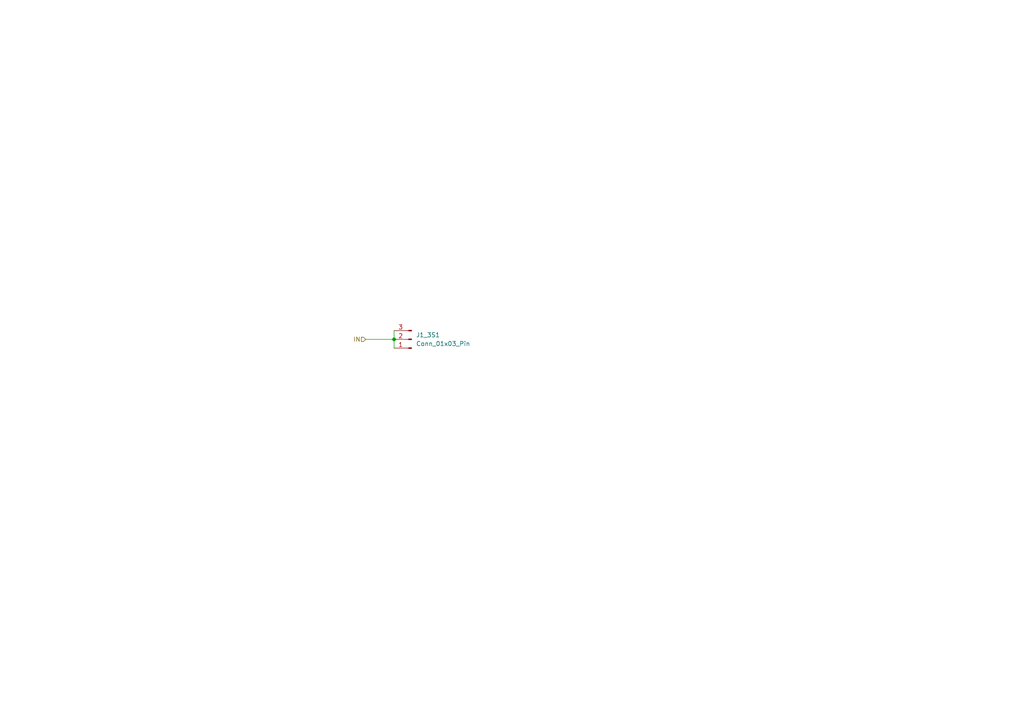
<source format=kicad_sch>
(kicad_sch (version 20230121) (generator eeschema)
  (paper "A4")
  (lib_symbols
    (symbol "Connector:Conn_01x03_Pin" (pin_names (offset 1.016) hide)
      (property "Reference" "J" (at 0 5.08 0))
      (property "Value" "Conn_01x03_Pin" (at 0 -5.08 0))
      (symbol "Conn_01x03_Pin_1_1"
        (polyline (pts (xy 1.27 -2.54) (xy 0.8636 -2.54)) (stroke (width 0.1524)))
        (polyline (pts (xy 1.27 0) (xy 0.8636 0)) (stroke (width 0.1524)))
        (polyline (pts (xy 1.27 2.54) (xy 0.8636 2.54)) (stroke (width 0.1524)))
        (rectangle (start 0.8636 -2.413) (end 0 -2.667) (stroke (width 0.1524)) (fill (type outline)))
        (rectangle (start 0.8636 0.127) (end 0 -0.127) (stroke (width 0.1524)) (fill (type outline)))
        (rectangle (start 0.8636 2.667) (end 0 2.413) (stroke (width 0.1524)) (fill (type outline)))
        (pin passive line (at 5.08 2.54 180) (length 3.81) (name "Pin_1") (number "1"))
        (pin passive line (at 5.08 0 180) (length 3.81) (name "Pin_2") (number "2"))
        (pin passive line (at 5.08 -2.54 180) (length 3.81) (name "Pin_3") (number "3"))
      )
    )
  )
  (junction (at 114.3 98.425))
  (wire (pts (xy 114.3 98.425) (xy 114.3 100.965)))
  (wire (pts (xy 106.045 98.425) (xy 114.3 98.425)))
  (wire (pts (xy 114.3 95.885) (xy 114.3 98.425)))
  (hierarchical_label "IN" (shape input) (at 106.045 98.425 180))
  (symbol (lib_id "Connector:Conn_01x03_Pin") (at 119.38 98.425 180) (unit 1)
    (property "Reference" "J1_3S1" (at 120.65 97.155 0) (effects (justify right)))
    (property "Value" "Conn_01x03_Pin" (at 120.65 99.695 0) (effects (justify right)))
    (property "Footprint" "Connector_PinHeader_2.54mm:PinHeader_1x03_P2.54mm_Vertical" (effects hide))
    (property "MFR" "PZ254V-11-03P" (effects hide))
    (property "LCSC" "C2937625" (effects hide))
    (property "Description" "250V 3A Straight Square Pins 2.5mm 3P 6mm -40℃~+105℃ 3mm 2.54mm Plugin Black 1x3P Plugin,P=2.54mm  Pin Headers ROHS" (effects hide))
    (property "URL" "https://jlcpcb.com/partdetail/Xfcn-PZ254V_1103P/C2937625" (effects hide))
    (instances (project "voltage_tests" (path "" (reference "J1_3S1") (unit 1)) (path "" (reference "J1_3S2") (unit 1)) (path "" (reference "J1_3S3") (unit 1)) (path "" (reference "J1_3S4") (unit 1)) (path "" (reference "J1_3S5") (unit 1)) (path "" (reference "J1_3S6") (unit 1)) (path "" (reference "J1_3S7") (unit 1)) (path "" (reference "J1_3S8") (unit 1)) (path "" (reference "J1_3S9") (unit 1)) (path "" (reference "J1_3S11") (unit 1)) (path "" (reference "J1_3S10") (unit 1)) (path "" (reference "J1_3S13") (unit 1)) (path "" (reference "J1_3S12") (unit 1)) (path "" (reference "J1_3S15") (unit 1)) (path "" (reference "J1_3S14") (unit 1))))
  )
)
</source>
